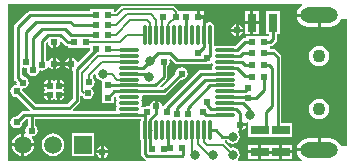
<source format=gbl>
%FSLAX44Y44*%
%MOMM*%
G71*
G01*
G75*
G04 Layer_Physical_Order=2*
G04 Layer_Color=16711680*
%ADD10R,0.5000X0.6000*%
%ADD11R,1.0500X2.2000*%
%ADD12R,1.0000X1.0000*%
%ADD13R,0.5500X0.6000*%
%ADD14R,0.6000X0.5500*%
%ADD15R,0.9000X1.3000*%
%ADD16R,0.2500X0.6100*%
%ADD17R,0.6100X0.2500*%
%ADD18R,1.6000X1.6000*%
%ADD19R,0.2800X0.2800*%
%ADD20R,0.8000X0.6000*%
%ADD21R,2.1000X0.5000*%
%ADD22C,0.2032*%
%ADD23C,0.2540*%
%ADD24C,1.5000*%
%ADD25R,1.5000X1.5000*%
%ADD26C,1.1000*%
%ADD27O,3.2000X1.3000*%
%ADD28O,3.2000X1.3000*%
%ADD29C,0.6096*%
%ADD30C,0.8000*%
%ADD31O,1.8000X0.3000*%
%ADD32O,0.3000X1.8000*%
%ADD33R,1.5000X0.8000*%
%ADD34R,0.8000X1.5000*%
G36*
X1535612Y1000943D02*
X1536694Y1000220D01*
X1537970Y999966D01*
X1538384D01*
Y998300D01*
X1547884D01*
Y998300D01*
X1547884D01*
X1547884Y998300D01*
X1548884D01*
Y998300D01*
X1557180D01*
Y996915D01*
X1546758Y986493D01*
X1545543Y986862D01*
X1545519Y986982D01*
X1544403Y988651D01*
X1542734Y989767D01*
X1542034Y989906D01*
Y985012D01*
Y979343D01*
X1542256Y979161D01*
Y955151D01*
X1537859Y950754D01*
X1510649D01*
X1499865Y961538D01*
X1499937Y961898D01*
X1499734Y962920D01*
X1500439Y963976D01*
X1501840Y964255D01*
X1503509Y965371D01*
X1504625Y967040D01*
X1505017Y969010D01*
X1504625Y970980D01*
X1503509Y972649D01*
X1501840Y973765D01*
X1499870Y974157D01*
X1499394Y976550D01*
Y981476D01*
X1500440Y982035D01*
X1502410Y981643D01*
X1502949Y981750D01*
X1503847Y980852D01*
X1503613Y979678D01*
X1504005Y977708D01*
X1505121Y976039D01*
X1506790Y974923D01*
X1508760Y974531D01*
X1510730Y974923D01*
X1512399Y976039D01*
X1513515Y977708D01*
X1513642Y978344D01*
X1514410Y979495D01*
X1516380Y979103D01*
X1518350Y979495D01*
X1520019Y980611D01*
X1521080Y982197D01*
X1521553D01*
X1522472Y982014D01*
X1522901Y981373D01*
X1524570Y980257D01*
X1525270Y980118D01*
Y985012D01*
Y989906D01*
X1524570Y989767D01*
X1522901Y988651D01*
X1521840Y987065D01*
X1521367D01*
X1520448Y987247D01*
X1520019Y987889D01*
X1519714Y988093D01*
Y1002731D01*
X1520734Y1003487D01*
X1521396Y1003287D01*
X1521785Y1001330D01*
X1522901Y999661D01*
X1524570Y998545D01*
X1525270Y998406D01*
Y1003300D01*
X1527810D01*
Y998406D01*
X1528510Y998545D01*
X1530179Y999661D01*
X1531295Y1001330D01*
X1531684Y1003287D01*
X1532900Y1003655D01*
X1535612Y1000943D01*
D02*
G37*
G36*
X1736441Y1034939D02*
X1736650Y1034323D01*
X1734690Y1032820D01*
X1733160Y1030825D01*
X1732198Y1028503D01*
X1732037Y1027280D01*
X1751000D01*
Y1026010D01*
X1752270D01*
Y1016380D01*
X1760500D01*
X1762993Y1016708D01*
X1765315Y1017670D01*
X1767310Y1019200D01*
X1768840Y1021195D01*
X1769536Y1022876D01*
X1770540Y1022676D01*
X1774666D01*
Y915344D01*
X1770540D01*
X1769536Y915144D01*
X1768840Y916825D01*
X1767310Y918820D01*
X1765315Y920350D01*
X1762993Y921312D01*
X1760500Y921640D01*
X1752270D01*
Y912010D01*
X1751000D01*
Y910740D01*
X1732037D01*
X1732198Y909518D01*
X1733160Y907195D01*
X1734690Y905200D01*
X1736650Y903697D01*
X1736441Y903081D01*
X1736198Y902494D01*
X1682342D01*
X1681974Y903709D01*
X1681996Y903724D01*
X1683322Y905709D01*
X1683788Y908050D01*
X1683322Y910391D01*
X1681996Y912376D01*
X1680011Y913702D01*
X1677670Y914167D01*
X1676195Y913874D01*
X1671864Y918204D01*
X1671062Y918741D01*
X1671431Y919956D01*
X1672682D01*
X1673344Y918964D01*
X1675329Y917638D01*
X1677670Y917172D01*
X1680011Y917638D01*
X1681996Y918964D01*
X1683322Y920949D01*
X1683788Y923290D01*
X1683322Y925631D01*
X1682078Y927493D01*
X1682750Y928499D01*
Y933450D01*
X1684020D01*
Y934720D01*
X1689001D01*
X1689807Y935926D01*
X1691030Y935683D01*
Y934480D01*
X1691030D01*
Y922480D01*
X1727810D01*
Y934480D01*
X1719104D01*
Y990600D01*
X1718850Y991876D01*
X1718127Y992958D01*
X1714317Y996768D01*
X1713236Y997490D01*
X1711960Y997744D01*
X1709260D01*
Y998300D01*
Y999966D01*
X1709420D01*
X1710696Y1000220D01*
X1711777Y1000943D01*
X1711778Y1000942D01*
X1711777Y1000943D01*
X1714317Y1003482D01*
X1715040Y1004564D01*
X1715040Y1004564D01*
X1715040Y1004564D01*
X1715294Y1005840D01*
Y1010310D01*
X1718070D01*
Y1029310D01*
X1706070D01*
Y1010310D01*
X1708626D01*
Y1008300D01*
X1699760D01*
D01*
D01*
X1699760Y1008300D01*
X1698760D01*
Y1008300D01*
X1689260D01*
Y1006634D01*
X1688433D01*
X1687157Y1006380D01*
X1686075Y1005658D01*
X1680262Y999844D01*
X1679859D01*
X1678680Y1000079D01*
X1663680D01*
X1662496Y999843D01*
X1661514Y1000649D01*
Y1000831D01*
X1661749Y1002010D01*
Y1017010D01*
X1661477Y1018376D01*
X1660703Y1019533D01*
X1659546Y1020307D01*
X1658180Y1020579D01*
X1656814Y1020307D01*
X1655680Y1019549D01*
X1654546Y1020307D01*
X1653380Y1020539D01*
Y1023620D01*
X1648630D01*
Y1024890D01*
X1647360D01*
Y1029890D01*
X1643880D01*
D01*
D01*
X1643880Y1029890D01*
X1642880D01*
Y1029890D01*
X1632299D01*
X1631754Y1030704D01*
X1631754Y1030704D01*
X1629214Y1033244D01*
X1628217Y1033911D01*
X1627040Y1034145D01*
X1627040Y1034145D01*
X1584790D01*
X1584790Y1034145D01*
X1583808Y1033950D01*
X1583613Y1033911D01*
X1582616Y1033244D01*
X1582616Y1033244D01*
X1578352Y1028981D01*
X1577180Y1029468D01*
Y1030906D01*
X1567680D01*
D01*
D01*
X1567680Y1030906D01*
X1566680D01*
Y1030906D01*
X1557180D01*
Y1029240D01*
X1506003D01*
X1504727Y1028986D01*
X1503646Y1028263D01*
X1493703Y1018320D01*
X1492980Y1017238D01*
X1492726Y1015963D01*
Y972820D01*
X1492980Y971544D01*
X1493703Y970462D01*
X1494795Y969370D01*
X1494723Y969010D01*
X1494926Y967988D01*
X1494221Y966932D01*
X1492820Y966653D01*
X1491151Y965537D01*
X1490035Y963868D01*
X1489643Y961898D01*
X1490035Y959928D01*
X1491151Y958259D01*
X1492820Y957143D01*
X1494790Y956751D01*
X1495150Y956823D01*
X1505956Y946017D01*
X1505470Y944844D01*
X1501072D01*
X1499796Y944590D01*
X1498714Y943868D01*
X1495150Y940303D01*
X1494790Y940375D01*
X1492820Y939983D01*
X1491151Y938867D01*
X1490035Y937198D01*
X1489643Y935228D01*
X1490035Y933258D01*
X1491151Y931589D01*
X1492820Y930473D01*
X1494790Y930081D01*
X1496760Y930473D01*
X1498429Y931589D01*
X1499545Y933258D01*
X1499937Y935228D01*
X1499865Y935588D01*
X1502453Y938176D01*
X1504156D01*
Y932214D01*
X1503851Y932009D01*
X1502735Y930340D01*
X1502343Y928370D01*
X1502671Y926720D01*
X1501803Y925793D01*
X1501394Y925847D01*
Y917702D01*
X1509539D01*
X1509379Y918912D01*
X1508422Y921223D01*
X1507699Y922165D01*
X1508147Y923354D01*
X1509460Y923615D01*
X1511129Y924731D01*
X1512245Y926400D01*
X1512637Y928370D01*
X1512245Y930340D01*
X1511129Y932009D01*
X1510824Y932214D01*
Y938176D01*
X1581501D01*
X1582680Y937941D01*
X1597680D01*
X1598859Y938176D01*
X1599846D01*
Y937189D01*
X1599611Y936010D01*
Y921010D01*
X1599846Y919831D01*
Y908880D01*
X1600100Y907604D01*
X1600822Y906523D01*
X1600822Y906523D01*
X1600822Y906522D01*
X1602923Y904423D01*
X1603990Y903709D01*
X1603621Y902494D01*
X1487964D01*
Y1035526D01*
X1736198D01*
X1736441Y1034939D01*
D02*
G37*
G36*
X1561758Y975435D02*
X1562036Y974035D01*
X1563362Y972050D01*
X1565347Y970724D01*
X1567260Y970344D01*
Y961890D01*
X1567260Y961890D01*
X1567260Y960890D01*
X1567260D01*
Y951390D01*
X1577260D01*
Y956330D01*
X1578349Y956983D01*
X1579123Y956570D01*
X1579111Y956510D01*
X1579383Y955144D01*
X1580141Y954010D01*
X1579383Y952876D01*
X1579111Y951510D01*
X1579383Y950144D01*
X1580141Y949010D01*
X1579383Y947876D01*
X1579111Y946510D01*
X1579247Y945826D01*
X1578442Y944844D01*
X1543038D01*
X1542552Y946017D01*
X1547948Y951412D01*
X1548670Y952494D01*
X1548670Y952494D01*
X1548670Y952494D01*
X1548924Y953770D01*
Y957161D01*
X1550044Y957759D01*
X1550763Y957279D01*
X1550823Y957267D01*
X1551349Y956481D01*
X1553018Y955365D01*
X1554988Y954973D01*
X1556958Y955365D01*
X1558627Y956481D01*
X1559743Y958150D01*
X1560135Y960120D01*
X1559743Y962090D01*
X1558627Y963759D01*
X1558627Y963759D01*
X1558627D01*
X1557974Y964509D01*
Y964509D01*
X1559643Y965625D01*
X1560759Y967294D01*
X1561151Y969264D01*
X1560759Y971234D01*
X1559643Y972903D01*
X1559276Y973149D01*
X1559152Y974413D01*
X1560542Y975804D01*
X1561758Y975435D01*
D02*
G37*
G36*
X1628322Y985703D02*
X1629404Y984980D01*
X1630680Y984726D01*
X1654556D01*
X1655357Y984885D01*
X1656334Y984691D01*
X1658304Y985083D01*
X1659200Y985682D01*
X1660373Y985195D01*
X1660383Y985144D01*
X1661141Y984010D01*
X1660383Y982876D01*
X1660111Y981510D01*
X1660247Y980826D01*
X1659442Y979844D01*
X1650880D01*
X1649604Y979590D01*
X1648522Y978867D01*
X1619433Y949778D01*
X1619198Y949426D01*
X1617952Y949674D01*
X1617655Y951168D01*
X1616539Y952837D01*
X1614870Y953953D01*
X1614170Y954092D01*
Y949198D01*
X1611630D01*
Y954092D01*
X1610930Y953953D01*
X1609261Y952837D01*
X1608145Y951168D01*
X1607753Y949198D01*
X1606046Y948858D01*
X1605280Y949011D01*
X1603310Y948619D01*
X1602715Y948221D01*
X1600977Y947876D01*
X1600219Y949010D01*
X1600977Y950144D01*
X1601249Y951510D01*
X1600977Y952876D01*
X1600219Y954010D01*
X1600977Y955144D01*
X1601249Y956510D01*
X1601112Y957194D01*
X1601918Y958176D01*
X1619370D01*
X1620646Y958430D01*
X1621727Y959153D01*
X1621728Y959153D01*
X1621727Y959153D01*
X1634130Y971555D01*
X1634490Y971483D01*
X1636460Y971875D01*
X1638129Y972991D01*
X1639245Y974660D01*
X1639637Y976630D01*
X1639245Y978600D01*
X1638129Y980269D01*
X1636460Y981385D01*
X1634490Y981777D01*
X1632520Y981385D01*
X1630851Y980269D01*
X1629735Y978600D01*
X1629343Y976630D01*
X1629415Y976270D01*
X1617989Y964844D01*
X1616633D01*
X1616147Y966017D01*
X1621608Y971479D01*
X1622330Y972560D01*
X1622584Y973836D01*
Y982946D01*
X1622889Y983151D01*
X1624005Y984820D01*
X1624397Y986790D01*
X1624119Y988187D01*
X1625239Y988786D01*
X1628322Y985703D01*
D02*
G37*
%LPC*%
G36*
X1749730Y921640D02*
X1741500D01*
X1739008Y921312D01*
X1736685Y920350D01*
X1734690Y918820D01*
X1733160Y916825D01*
X1732198Y914502D01*
X1732037Y913280D01*
X1749730D01*
Y921640D01*
D02*
G37*
G36*
X1498854Y925847D02*
X1497644Y925687D01*
X1495333Y924730D01*
X1493349Y923207D01*
X1491826Y921223D01*
X1490869Y918912D01*
X1490709Y917702D01*
X1498854D01*
Y925847D01*
D02*
G37*
G36*
X1699260Y916480D02*
X1691030D01*
Y911750D01*
X1699260D01*
Y916480D01*
D02*
G37*
G36*
X1727810D02*
X1719580D01*
Y911750D01*
X1727810D01*
Y916480D01*
D02*
G37*
G36*
X1717040D02*
X1701800D01*
Y910480D01*
Y904480D01*
X1717040D01*
Y910480D01*
Y916480D01*
D02*
G37*
G36*
X1521460Y957580D02*
X1517836D01*
X1517975Y956880D01*
X1519091Y955211D01*
X1520760Y954095D01*
X1521460Y953956D01*
Y957580D01*
D02*
G37*
G36*
X1699260Y909210D02*
X1691030D01*
Y904480D01*
X1699260D01*
Y909210D01*
D02*
G37*
G36*
X1688914Y932180D02*
X1685290D01*
Y928556D01*
X1685990Y928695D01*
X1687659Y929811D01*
X1688775Y931480D01*
X1688914Y932180D01*
D02*
G37*
G36*
X1751000Y955132D02*
X1748768Y954838D01*
X1746689Y953977D01*
X1744904Y952607D01*
X1743533Y950821D01*
X1742672Y948742D01*
X1742378Y946510D01*
X1742672Y944278D01*
X1743533Y942199D01*
X1744904Y940414D01*
X1746689Y939043D01*
X1748768Y938182D01*
X1751000Y937888D01*
X1753232Y938182D01*
X1755311Y939043D01*
X1757097Y940414D01*
X1758467Y942199D01*
X1759328Y944278D01*
X1759622Y946510D01*
X1759328Y948742D01*
X1758467Y950821D01*
X1757097Y952607D01*
X1755311Y953977D01*
X1753232Y954838D01*
X1751000Y955132D01*
D02*
G37*
G36*
X1560424Y925932D02*
X1541424D01*
Y906932D01*
X1560424D01*
Y925932D01*
D02*
G37*
G36*
X1498854Y915162D02*
X1490709D01*
X1490869Y913952D01*
X1491826Y911641D01*
X1493349Y909657D01*
X1495333Y908134D01*
X1497644Y907177D01*
X1498854Y907017D01*
Y915162D01*
D02*
G37*
G36*
X1572244Y908982D02*
X1568620D01*
Y905358D01*
X1569320Y905497D01*
X1570989Y906613D01*
X1572105Y908282D01*
X1572244Y908982D01*
D02*
G37*
G36*
X1525524Y926014D02*
X1523044Y925687D01*
X1520733Y924730D01*
X1518748Y923207D01*
X1517226Y921223D01*
X1516268Y918912D01*
X1515942Y916432D01*
X1516268Y913952D01*
X1517226Y911641D01*
X1518748Y909657D01*
X1520733Y908134D01*
X1523044Y907177D01*
X1525524Y906850D01*
X1528004Y907177D01*
X1530315Y908134D01*
X1532299Y909657D01*
X1533822Y911641D01*
X1534780Y913952D01*
X1535106Y916432D01*
X1534780Y918912D01*
X1533822Y921223D01*
X1532299Y923207D01*
X1530315Y924730D01*
X1528004Y925687D01*
X1525524Y926014D01*
D02*
G37*
G36*
X1509539Y915162D02*
X1501394D01*
Y907017D01*
X1502604Y907177D01*
X1504915Y908134D01*
X1506899Y909657D01*
X1508422Y911641D01*
X1509379Y913952D01*
X1509539Y915162D01*
D02*
G37*
G36*
X1727810Y909210D02*
X1719580D01*
Y904480D01*
X1727810D01*
Y909210D01*
D02*
G37*
G36*
X1568620Y915146D02*
Y911522D01*
X1572244D01*
X1572105Y912222D01*
X1570989Y913891D01*
X1569320Y915007D01*
X1568620Y915146D01*
D02*
G37*
G36*
X1566080D02*
X1565380Y915007D01*
X1563711Y913891D01*
X1562595Y912222D01*
X1562456Y911522D01*
X1566080D01*
Y915146D01*
D02*
G37*
G36*
Y908982D02*
X1562456D01*
X1562595Y908282D01*
X1563711Y906613D01*
X1565380Y905497D01*
X1566080Y905358D01*
Y908982D01*
D02*
G37*
G36*
X1535244Y957580D02*
X1531620D01*
Y953956D01*
X1532320Y954095D01*
X1533989Y955211D01*
X1535105Y956880D01*
X1535244Y957580D01*
D02*
G37*
G36*
X1700070Y1018540D02*
X1695340D01*
Y1010310D01*
X1700070D01*
Y1018540D01*
D02*
G37*
G36*
X1680210Y1018354D02*
X1679510Y1018215D01*
X1677841Y1017099D01*
X1676725Y1015430D01*
X1676586Y1014730D01*
X1680210D01*
Y1018354D01*
D02*
G37*
G36*
X1686374Y1012190D02*
X1682750D01*
Y1008566D01*
X1683450Y1008705D01*
X1685119Y1009821D01*
X1686235Y1011490D01*
X1686374Y1012190D01*
D02*
G37*
G36*
X1692800Y1018540D02*
X1688070D01*
Y1010310D01*
X1692800D01*
Y1018540D01*
D02*
G37*
G36*
X1682750Y1018354D02*
Y1014730D01*
X1686374D01*
X1686235Y1015430D01*
X1685119Y1017099D01*
X1683450Y1018215D01*
X1682750Y1018354D01*
D02*
G37*
G36*
X1700070Y1029310D02*
X1695340D01*
Y1021080D01*
X1700070D01*
Y1029310D01*
D02*
G37*
G36*
X1653380Y1029890D02*
X1649900D01*
Y1026160D01*
X1653380D01*
Y1029890D01*
D02*
G37*
G36*
X1749730Y1024740D02*
X1732037D01*
X1732198Y1023518D01*
X1733160Y1021195D01*
X1734690Y1019200D01*
X1736685Y1017670D01*
X1739008Y1016708D01*
X1741500Y1016380D01*
X1749730D01*
Y1024740D01*
D02*
G37*
G36*
X1692800Y1029310D02*
X1688070D01*
Y1021080D01*
X1692800D01*
Y1029310D01*
D02*
G37*
G36*
X1529080Y971364D02*
X1528380Y971225D01*
X1526711Y970109D01*
X1526369D01*
X1524700Y971225D01*
X1524000Y971364D01*
Y966470D01*
X1522730D01*
Y965200D01*
X1517836D01*
X1517975Y964500D01*
X1519091Y962831D01*
Y962489D01*
X1517975Y960820D01*
X1517836Y960120D01*
X1522730D01*
Y958850D01*
X1524000D01*
Y953956D01*
X1524700Y954095D01*
X1526369Y955211D01*
X1526711D01*
X1528380Y954095D01*
X1529080Y953956D01*
Y958850D01*
X1530350D01*
Y960120D01*
X1535244D01*
X1535105Y960820D01*
X1533989Y962489D01*
Y962831D01*
X1535105Y964500D01*
X1535244Y965200D01*
X1530350D01*
Y966470D01*
X1529080D01*
Y971364D01*
D02*
G37*
G36*
X1531434Y983742D02*
X1527810D01*
Y980118D01*
X1528510Y980257D01*
X1530179Y981373D01*
X1531295Y983042D01*
X1531434Y983742D01*
D02*
G37*
G36*
X1521460Y971364D02*
X1520760Y971225D01*
X1519091Y970109D01*
X1517975Y968440D01*
X1517836Y967740D01*
X1521460D01*
Y971364D01*
D02*
G37*
G36*
X1531620D02*
Y967740D01*
X1535244D01*
X1535105Y968440D01*
X1533989Y970109D01*
X1532320Y971225D01*
X1531620Y971364D01*
D02*
G37*
G36*
X1539494Y983742D02*
X1535870D01*
X1536009Y983042D01*
X1537125Y981373D01*
X1538794Y980257D01*
X1539494Y980118D01*
Y983742D01*
D02*
G37*
G36*
Y989906D02*
X1538794Y989767D01*
X1537125Y988651D01*
X1536009Y986982D01*
X1535870Y986282D01*
X1539494D01*
Y989906D01*
D02*
G37*
G36*
X1680210Y1012190D02*
X1676586D01*
X1676725Y1011490D01*
X1677841Y1009821D01*
X1679510Y1008705D01*
X1680210Y1008566D01*
Y1012190D01*
D02*
G37*
G36*
X1751000Y1000132D02*
X1748768Y999838D01*
X1746689Y998977D01*
X1744904Y997607D01*
X1743533Y995821D01*
X1742672Y993742D01*
X1742378Y991510D01*
X1742672Y989278D01*
X1743533Y987199D01*
X1744904Y985414D01*
X1746689Y984043D01*
X1748768Y983182D01*
X1751000Y982888D01*
X1753232Y983182D01*
X1755311Y984043D01*
X1757097Y985414D01*
X1758467Y987199D01*
X1759328Y989278D01*
X1759622Y991510D01*
X1759328Y993742D01*
X1758467Y995821D01*
X1757097Y997607D01*
X1755311Y998977D01*
X1753232Y999838D01*
X1751000Y1000132D01*
D02*
G37*
G36*
X1527810Y989906D02*
Y986282D01*
X1531434D01*
X1531295Y986982D01*
X1530179Y988651D01*
X1528510Y989767D01*
X1527810Y989906D01*
D02*
G37*
%LPD*%
D13*
X1694010Y974090D02*
D03*
X1704510D02*
D03*
X1694010Y984250D02*
D03*
X1704510D02*
D03*
X1694010Y994410D02*
D03*
X1704510D02*
D03*
Y1003300D02*
D03*
X1694010D02*
D03*
X1635147Y913133D02*
D03*
X1624647D02*
D03*
X1561930Y997458D02*
D03*
X1572430D02*
D03*
X1561930Y1025906D02*
D03*
X1572430D02*
D03*
X1561930Y1017778D02*
D03*
X1572430D02*
D03*
X1561930Y1009650D02*
D03*
X1572430D02*
D03*
X1543134Y1003300D02*
D03*
X1553634D02*
D03*
X1619928Y913130D02*
D03*
X1609428D02*
D03*
X1638130Y1024890D02*
D03*
X1648630D02*
D03*
X1629580D02*
D03*
X1619080D02*
D03*
D14*
X1572260Y956140D02*
D03*
Y966640D02*
D03*
D22*
X1567688Y976376D02*
X1575308D01*
X1549940Y977170D02*
X1564180Y991410D01*
X1549940Y962120D02*
X1551940Y960120D01*
X1549940Y962120D02*
Y977170D01*
X1580174Y971510D02*
X1590180D01*
X1575308Y976376D02*
X1580174Y971510D01*
X1608582Y1026668D02*
X1613180Y1022070D01*
X1588008Y1026668D02*
X1608582D01*
X1579118Y1017778D02*
X1588008Y1026668D01*
X1572430Y1025906D02*
X1579626D01*
X1572430Y1017778D02*
X1579118D01*
X1572430Y1009650D02*
X1578610D01*
X1553634Y1003554D02*
X1582674D01*
X1578610Y1009650D02*
X1590950Y1021990D01*
X1564180Y991410D02*
X1590080D01*
X1566900Y986510D02*
X1590180D01*
X1556004Y975614D02*
X1566900Y986510D01*
X1556004Y969264D02*
Y975614D01*
X1669690Y916030D02*
X1677670Y908050D01*
X1655720Y916030D02*
X1669690D01*
X1657350Y908050D02*
X1661160D01*
X1643180Y910790D02*
X1645920Y908050D01*
X1653180Y918570D02*
X1655720Y916030D01*
X1653180Y918570D02*
Y928510D01*
X1648180Y917220D02*
X1657350Y908050D01*
X1648180Y917220D02*
Y928510D01*
X1629580Y1024890D02*
Y1028530D01*
X1627040Y1031070D02*
X1629580Y1028530D01*
X1584790Y1031070D02*
X1627040D01*
X1579626Y1025906D02*
X1584790Y1031070D01*
X1590950Y1021990D02*
X1605640D01*
X1613180Y1009510D02*
Y1022070D01*
X1608180Y1009510D02*
Y1019450D01*
X1605640Y1021990D02*
X1608180Y1019450D01*
X1588630Y1009510D02*
X1603180D01*
X1582674Y1003554D02*
X1588630Y1009510D01*
X1643180Y910790D02*
Y928510D01*
X1618180Y1009510D02*
Y1023990D01*
X1623180Y1009510D02*
Y1018490D01*
X1629580Y1024890D01*
X1572870Y996510D02*
X1590180D01*
X1590080Y991410D02*
X1590180Y991510D01*
D23*
X1692148Y941578D02*
Y945642D01*
X1686280Y951510D02*
X1692148Y945642D01*
X1601778Y981510D02*
X1607566Y987298D01*
X1590180Y981510D02*
X1601778D01*
X1607566Y987298D02*
X1614678Y994410D01*
X1619250Y973836D02*
Y986790D01*
X1611924Y966510D02*
X1619250Y973836D01*
X1590180Y966510D02*
X1611924D01*
X1621790Y944372D02*
Y947420D01*
X1494790Y935228D02*
X1501072Y941510D01*
X1545590Y980610D02*
X1561930Y996950D01*
X1545590Y953770D02*
Y980610D01*
X1539240Y947420D02*
X1545590Y953770D01*
X1652524Y944118D02*
X1655132Y941510D01*
X1659784Y946510D02*
X1671180D01*
X1656080Y950214D02*
X1659784Y946510D01*
X1656080Y950214D02*
Y952500D01*
X1540256Y1020572D02*
X1543050Y1017778D01*
X1511446Y1020572D02*
X1540256D01*
X1502410Y1011536D02*
X1511446Y1020572D01*
X1506003Y1025906D02*
X1561930D01*
X1543050Y1017778D02*
X1561930D01*
X1537970Y1003300D02*
X1543134D01*
X1540510Y1009650D02*
X1561930D01*
X1507490Y941510D02*
X1590180D01*
X1501072D02*
X1507490D01*
X1603180Y941764D02*
X1605280Y943864D01*
X1602926Y941510D02*
X1603180Y941764D01*
X1590180Y941510D02*
X1602926D01*
X1603180Y928510D02*
Y941764D01*
X1608180Y937756D02*
X1612900Y942476D01*
X1608180Y928510D02*
Y937756D01*
X1612900Y942476D02*
Y949198D01*
X1608180Y928510D02*
X1608410Y928740D01*
X1630680Y988060D02*
X1654556D01*
X1624330Y994410D02*
X1630680Y988060D01*
X1614678Y994410D02*
X1624330D01*
X1656334Y989838D02*
X1658180Y991684D01*
X1654556Y988060D02*
X1656334Y989838D01*
X1526540Y985012D02*
Y1003300D01*
Y985012D02*
X1540764D01*
X1531652Y1009618D02*
X1537970Y1003300D01*
X1516380Y1004570D02*
X1521428Y1009618D01*
X1531652D01*
X1535430Y1014730D02*
X1540510Y1009650D01*
X1516380Y1014730D02*
X1535430D01*
X1508760Y979678D02*
Y1007110D01*
X1509268Y947420D02*
X1539240D01*
X1494790Y961898D02*
X1509268Y947420D01*
X1590180Y961510D02*
X1619370D01*
X1619250Y913130D02*
X1625260D01*
X1623180Y915210D02*
Y928510D01*
X1700530Y910480D02*
X1718310D01*
X1684020Y933450D02*
Y943366D01*
X1680876Y946510D02*
X1684020Y943366D01*
X1671180Y946510D02*
X1680876D01*
X1671180Y951510D02*
X1686280D01*
X1704510Y962349D02*
Y974090D01*
X1697849Y955688D02*
X1704510Y962349D01*
X1691116Y955688D02*
X1697849D01*
X1690294Y956510D02*
X1691116Y955688D01*
X1671180Y956510D02*
X1690294D01*
X1688200Y961590D02*
X1691090Y964480D01*
X1671180Y961590D02*
X1688200D01*
X1705610Y943720D02*
X1710690Y948800D01*
X1705610Y930910D02*
Y943720D01*
X1704510Y994410D02*
X1711960D01*
X1686560D02*
X1694010D01*
X1683660Y991510D02*
X1686560Y994410D01*
X1704510Y984250D02*
X1708150D01*
X1710690Y981710D01*
X1687830Y984250D02*
X1694010D01*
X1685570Y986510D02*
X1687830Y984250D01*
X1688380Y974810D02*
X1693460D01*
X1681680Y981510D02*
X1688380Y974810D01*
X1671180Y981510D02*
X1681680D01*
X1668780Y923290D02*
X1677670D01*
X1663560Y928510D02*
X1668780Y923290D01*
X1658180Y928510D02*
X1663560D01*
X1710690Y948800D02*
Y981710D01*
X1655132Y941510D02*
X1671180D01*
X1590180Y976510D02*
X1603960D01*
X1606550Y973920D01*
X1671180Y986510D02*
X1685570D01*
X1671180Y996510D02*
X1681643D01*
X1688433Y1003300D01*
X1694010D01*
X1671180Y991510D02*
X1683660D01*
X1711960Y994410D02*
X1715770Y990600D01*
Y929640D02*
Y990600D01*
X1704510Y1003300D02*
X1709420D01*
X1711960Y1005840D01*
Y1019700D01*
X1605280Y906780D02*
X1634490D01*
X1635760Y908050D01*
Y913130D01*
X1603180Y908880D02*
Y928510D01*
X1572260Y966510D02*
X1590180D01*
X1577630Y961510D02*
X1590180D01*
X1572260Y956140D02*
X1577630Y961510D01*
X1619370D02*
X1634490Y976630D01*
X1653180Y999130D02*
Y1009510D01*
X1658180Y991684D02*
Y1009510D01*
X1648460Y994410D02*
X1653180Y999130D01*
X1638180Y1009510D02*
Y1024840D01*
X1608180Y913130D02*
Y928510D01*
X1621790Y947420D02*
X1650880Y976510D01*
X1671180D01*
X1630680Y942340D02*
Y947420D01*
X1654770Y971510D01*
X1671180D01*
X1639570Y942340D02*
Y947420D01*
X1658660Y966510D01*
X1671180D01*
X1603180Y908880D02*
X1605280Y906780D01*
X1507490Y928370D02*
Y941510D01*
X1502410Y986790D02*
Y1011536D01*
X1496060Y972820D02*
Y1015963D01*
Y972820D02*
X1499870Y969010D01*
X1496060Y1015963D02*
X1506003Y1025906D01*
X1516380Y984250D02*
Y1004570D01*
X1508760Y1007110D02*
X1516380Y1014730D01*
X1648630Y1024890D02*
X1653180D01*
Y1009510D02*
Y1024890D01*
D24*
X1500124Y916432D02*
D03*
X1525524D02*
D03*
D25*
X1550924D02*
D03*
D26*
X1751000Y991510D02*
D03*
Y946510D02*
D03*
D27*
Y1026010D02*
D03*
D28*
Y912010D02*
D03*
D29*
X1494790Y935228D02*
D03*
X1639570Y942594D02*
D03*
X1567350Y910252D02*
D03*
X1526540Y1003300D02*
D03*
X1508760Y979678D02*
D03*
X1612900Y949198D02*
D03*
X1605280Y943864D02*
D03*
X1630680Y942340D02*
D03*
X1621790Y944372D02*
D03*
X1619250Y986790D02*
D03*
X1656250Y952670D02*
D03*
X1652524Y944118D02*
D03*
X1691116Y955688D02*
D03*
X1684020Y933450D02*
D03*
X1691090Y964480D02*
D03*
X1634490Y976630D02*
D03*
X1648460Y994410D02*
D03*
X1656334Y989838D02*
D03*
X1507490Y928370D02*
D03*
X1556004Y969264D02*
D03*
X1554988Y960120D02*
D03*
X1526540Y985012D02*
D03*
X1540764D02*
D03*
X1502410Y986790D02*
D03*
X1499870Y969010D02*
D03*
X1494790Y961898D02*
D03*
X1516380Y984250D02*
D03*
X1681480Y1013460D02*
D03*
X1522730Y966470D02*
D03*
X1530350D02*
D03*
X1522730Y958850D02*
D03*
X1530350D02*
D03*
D30*
X1567688Y976376D02*
D03*
X1606550Y973920D02*
D03*
X1692148Y941578D02*
D03*
X1661160Y908050D02*
D03*
X1677670D02*
D03*
X1645920D02*
D03*
X1677670Y923290D02*
D03*
X1607566Y987298D02*
D03*
D31*
X1590180Y941510D02*
D03*
Y946510D02*
D03*
Y951510D02*
D03*
Y956510D02*
D03*
Y961510D02*
D03*
Y966510D02*
D03*
Y971510D02*
D03*
Y976510D02*
D03*
Y981510D02*
D03*
Y986510D02*
D03*
Y991510D02*
D03*
Y996510D02*
D03*
X1671180D02*
D03*
Y991510D02*
D03*
Y986510D02*
D03*
Y981510D02*
D03*
Y976510D02*
D03*
Y971510D02*
D03*
Y966510D02*
D03*
Y961510D02*
D03*
Y956510D02*
D03*
Y951510D02*
D03*
Y946510D02*
D03*
Y941510D02*
D03*
D32*
X1603180Y1009510D02*
D03*
X1608180D02*
D03*
X1613180D02*
D03*
X1618180D02*
D03*
X1623180D02*
D03*
X1628180D02*
D03*
X1633180D02*
D03*
X1638180D02*
D03*
X1643180D02*
D03*
X1648180D02*
D03*
X1653180D02*
D03*
X1658180D02*
D03*
Y928510D02*
D03*
X1653180D02*
D03*
X1648180D02*
D03*
X1643180D02*
D03*
X1638180D02*
D03*
X1633180D02*
D03*
X1628180D02*
D03*
X1623180D02*
D03*
X1618180D02*
D03*
X1613180D02*
D03*
X1608180D02*
D03*
X1603180D02*
D03*
D33*
X1700530Y910480D02*
D03*
Y928480D02*
D03*
X1718310Y910480D02*
D03*
Y928480D02*
D03*
D34*
X1694070Y1019810D02*
D03*
X1712070D02*
D03*
M02*

</source>
